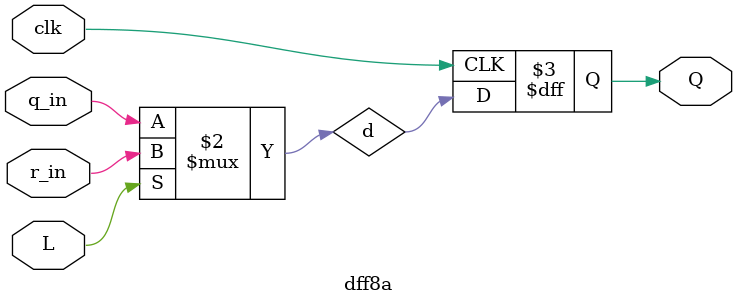
<source format=sv>
module dff8a (
    input clk,
    input L,
    input r_in,
    input q_in,
    output reg Q);
    wire d;
    always@(posedge clk)
        Q<=d;
    assign d=(L)?r_in:q_in;
endmodule
</source>
